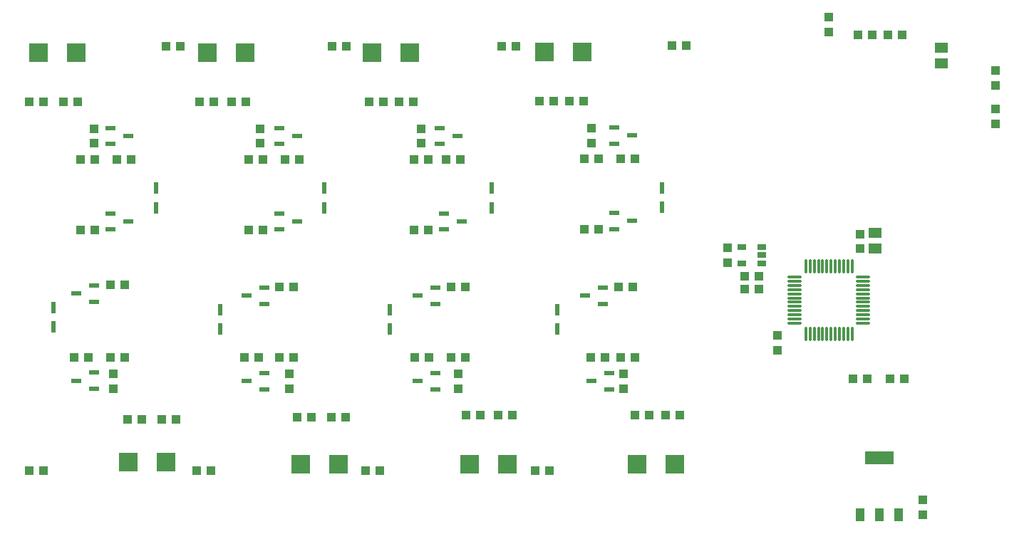
<source format=gbp>
%FSDAX24Y24*%
%MOIN*%
%SFA1B1*%

%IPPOS*%
%ADD17R,0.043300X0.039400*%
%ADD18R,0.039400X0.043300*%
%ADD20R,0.021700X0.057100*%
%ADD43R,0.059100X0.051200*%
%ADD44R,0.043300X0.025600*%
%ADD45R,0.043300X0.061000*%
%ADD46R,0.043300X0.061000*%
%ADD47R,0.135800X0.061000*%
%ADD48O,0.070900X0.011800*%
%ADD49O,0.011800X0.070900*%
%ADD50R,0.051200X0.023600*%
%ADD51R,0.090600X0.090600*%
%LNde-010824-1*%
%LPD*%
G54D17*
X046165Y023800D03*
X046835D03*
X046165Y023200D03*
X046835D03*
X030681Y025988D03*
X031350D03*
X038650Y026000D03*
X039319D03*
X015081Y025988D03*
X015750D03*
X022965D03*
X023635D03*
X014281Y031988D03*
X014950D03*
X015750Y029288D03*
X015081D03*
X040935Y023300D03*
X040265D03*
X013350Y031988D03*
X012681D03*
X016781Y029288D03*
X017450D03*
X019750Y034588D03*
X019081D03*
X022165Y031988D03*
X022835D03*
X023635Y029288D03*
X022965D03*
X021335Y031988D03*
X020665D03*
X024665Y029288D03*
X025335D03*
X027535Y034588D03*
X026865D03*
X029981Y031988D03*
X030650D03*
X031350Y029288D03*
X030681D03*
X033100Y023300D03*
X032431D03*
X029250Y031988D03*
X028581D03*
X032181Y029288D03*
X032850D03*
X035450Y034588D03*
X034781D03*
X037950Y032000D03*
X038619D03*
X039319Y029300D03*
X038650D03*
X037219Y032000D03*
X036550D03*
X040346Y029300D03*
X041015D03*
X043419Y034600D03*
X042750D03*
X041700Y017300D03*
X041031D03*
X040365Y020000D03*
X041035D03*
X025071Y023300D03*
X024402D03*
X042465Y017300D03*
X043135D03*
X039635Y020000D03*
X038965D03*
X036365Y014700D03*
X037035D03*
X033800Y017300D03*
X033131D03*
X032431Y020000D03*
X033100D03*
X034631Y017300D03*
X035300D03*
X031404Y020000D03*
X030734D03*
X028431Y014700D03*
X029100D03*
X025906Y017200D03*
X025237D03*
X024402Y020000D03*
X025071D03*
X017150Y023400D03*
X016481D03*
X026837Y017200D03*
X027506D03*
X023410Y020000D03*
X022741D03*
X020537Y014700D03*
X021206D03*
X017950Y017100D03*
X017281D03*
X016481Y020000D03*
X017150D03*
X018881Y017100D03*
X019550D03*
X015454Y020000D03*
X014785D03*
X012681Y014700D03*
X013350D03*
X052135Y035100D03*
X051465D03*
X052865D03*
X053535D03*
X051885Y019000D03*
X051215D03*
X052965D03*
X053635D03*
G54D18*
X051550Y025115D03*
Y025785D03*
X047700Y021035D03*
Y020365D03*
X045350Y025135D03*
Y024465D03*
X015716Y030722D03*
Y030053D03*
X023500Y030722D03*
Y030053D03*
X031016Y030722D03*
Y030053D03*
X038984Y030735D03*
Y030065D03*
X040500Y018565D03*
Y019235D03*
X032765Y018565D03*
Y019235D03*
X024871Y018565D03*
Y019235D03*
X016616Y018565D03*
Y019235D03*
X057900Y031635D03*
Y030965D03*
X050100Y035265D03*
Y035935D03*
X057900Y033435D03*
Y032765D03*
X054500Y012665D03*
Y013335D03*
G54D20*
X034316Y027025D03*
Y027950D03*
X042284Y027037D03*
Y027963D03*
X018616Y027025D03*
Y027950D03*
X026500Y027025D03*
Y027950D03*
X037400Y022263D03*
Y021337D03*
X029565Y022263D03*
Y021337D03*
X021637Y022263D03*
Y021337D03*
X013816Y022363D03*
Y021437D03*
G54D43*
X052250Y025848D03*
Y025100D03*
X055350Y033776D03*
Y034524D03*
G54D44*
X046028Y025174D03*
Y024426D03*
X046972D03*
Y024800D03*
Y025174D03*
G54D45*
X053361Y012650D03*
G54D46*
X052456Y012650D03*
X051550D03*
G54D47*
X052456Y015307D03*
G54D48*
X051694Y023783D03*
Y023586D03*
Y023389D03*
Y023192D03*
Y022995D03*
Y022798D03*
Y022602D03*
Y022405D03*
Y022208D03*
Y022011D03*
Y021814D03*
Y021617D03*
X048506D03*
Y021814D03*
Y022011D03*
Y022208D03*
Y022405D03*
Y022602D03*
Y022798D03*
Y022995D03*
Y023192D03*
Y023389D03*
Y023586D03*
Y023783D03*
G54D49*
X051183Y021106D03*
X050986D03*
X050789D03*
X050592D03*
X050395D03*
X050198D03*
X050002D03*
X049805D03*
X049608D03*
X049411D03*
X049214D03*
X049017D03*
Y024294D03*
X049214D03*
X049411D03*
X049608D03*
X049805D03*
X050002D03*
X050198D03*
X050395D03*
X050592D03*
X050789D03*
X050986D03*
X051183D03*
G54D50*
X032089Y026014D03*
Y026762D03*
X032916Y026388D03*
X040071Y026026D03*
Y026774D03*
X040898Y026400D03*
X016502Y026014D03*
Y026762D03*
X017329Y026388D03*
X024387Y026014D03*
Y026762D03*
X025213Y026388D03*
X039513Y023274D03*
Y022526D03*
X038687Y022900D03*
X016502Y030014D03*
Y030762D03*
X017329Y030388D03*
X024387Y030014D03*
Y030762D03*
X025213Y030388D03*
X031679Y023274D03*
Y022526D03*
X030852Y022900D03*
X031902Y030014D03*
Y030762D03*
X032729Y030388D03*
X040071Y030026D03*
Y030774D03*
X040898Y030400D03*
X023685Y023274D03*
Y022526D03*
X022858Y022900D03*
X039813Y019274D03*
Y018526D03*
X038987Y018900D03*
X031679Y019274D03*
Y018526D03*
X030852Y018900D03*
X015729Y023374D03*
Y022626D03*
X014902Y023000D03*
X023685Y019274D03*
Y018526D03*
X022858Y018900D03*
X015729Y019300D03*
Y018552D03*
X014902Y018926D03*
G54D51*
X014902Y034288D03*
X013130D03*
X041114Y015000D03*
X042886D03*
X022786Y034288D03*
X021014D03*
X033280Y015000D03*
X035051D03*
X030502Y034288D03*
X028730D03*
X025386Y015000D03*
X027157D03*
X038570Y034300D03*
X036798D03*
X017330Y015100D03*
X019102D03*
M02*
</source>
